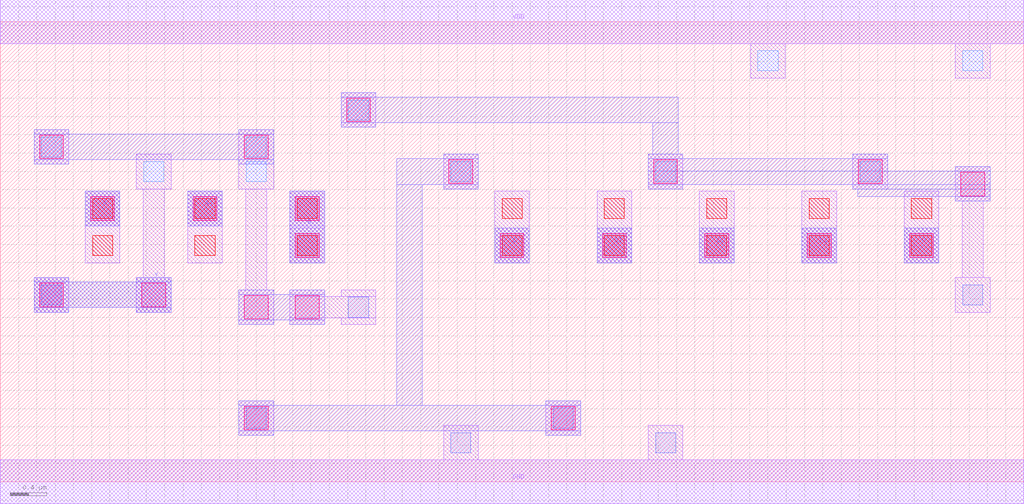
<source format=lef>
MACRO AOOAAOI2123
 CLASS CORE ;
 FOREIGN AOOAAOI2123 0 0 ;
 SIZE 11.200000000000001 BY 5.04 ;
 ORIGIN 0 0 ;
 SYMMETRY X Y R90 ;
 SITE unit ;
  PIN VDD
   DIRECTION INOUT ;
   USE POWER ;
   SHAPE ABUTMENT ;
    PORT
     CLASS CORE ;
       LAYER met1 ;
        RECT 0.00000000 4.80000000 11.20000000 5.28000000 ;
    END
  END VDD

  PIN GND
   DIRECTION INOUT ;
   USE POWER ;
   SHAPE ABUTMENT ;
    PORT
     CLASS CORE ;
       LAYER met1 ;
        RECT 0.00000000 -0.24000000 11.20000000 0.24000000 ;
    END
  END GND

  PIN Y
   DIRECTION INOUT ;
   USE SIGNAL ;
   SHAPE ABUTMENT ;
    PORT
     CLASS CORE ;
       LAYER met2 ;
        RECT 0.37000000 1.85700000 0.75000000 1.90700000 ;
        RECT 1.49000000 1.85700000 1.87000000 1.90700000 ;
        RECT 0.37000000 1.90700000 1.87000000 2.18700000 ;
        RECT 0.37000000 2.18700000 0.75000000 2.23700000 ;
        RECT 1.49000000 2.18700000 1.87000000 2.23700000 ;
    END
  END Y

  PIN A
   DIRECTION INOUT ;
   USE SIGNAL ;
   SHAPE ABUTMENT ;
    PORT
     CLASS CORE ;
       LAYER met2 ;
        RECT 0.93000000 2.80200000 1.31000000 3.18200000 ;
    END
  END A

  PIN C
   DIRECTION INOUT ;
   USE SIGNAL ;
   SHAPE ABUTMENT ;
    PORT
     CLASS CORE ;
       LAYER met2 ;
        RECT 5.41000000 2.39700000 5.79000000 2.77700000 ;
    END
  END C

  PIN C1
   DIRECTION INOUT ;
   USE SIGNAL ;
   SHAPE ABUTMENT ;
    PORT
     CLASS CORE ;
       LAYER met2 ;
        RECT 6.53000000 2.39700000 6.91000000 2.77700000 ;
    END
  END C1

  PIN A1
   DIRECTION INOUT ;
   USE SIGNAL ;
   SHAPE ABUTMENT ;
    PORT
     CLASS CORE ;
       LAYER met2 ;
        RECT 2.05000000 2.80200000 2.43000000 3.18200000 ;
    END
  END A1

  PIN D2
   DIRECTION INOUT ;
   USE SIGNAL ;
   SHAPE ABUTMENT ;
    PORT
     CLASS CORE ;
       LAYER met2 ;
        RECT 7.65000000 2.39700000 8.03000000 2.77700000 ;
    END
  END D2

  PIN D
   DIRECTION INOUT ;
   USE SIGNAL ;
   SHAPE ABUTMENT ;
    PORT
     CLASS CORE ;
       LAYER met2 ;
        RECT 9.89000000 2.39700000 10.27000000 2.77700000 ;
    END
  END D

  PIN B
   DIRECTION INOUT ;
   USE SIGNAL ;
   SHAPE ABUTMENT ;
    PORT
     CLASS CORE ;
       LAYER met2 ;
        RECT 3.17000000 2.39700000 3.55000000 3.18200000 ;
    END
  END B

  PIN D1
   DIRECTION INOUT ;
   USE SIGNAL ;
   SHAPE ABUTMENT ;
    PORT
     CLASS CORE ;
       LAYER met2 ;
        RECT 8.77000000 2.39700000 9.15000000 2.77700000 ;
    END
  END D1

 OBS
    LAYER polycont ;
     RECT 1.01000000 2.47700000 1.23000000 2.69700000 ;
     RECT 2.13000000 2.47700000 2.35000000 2.69700000 ;
     RECT 3.25000000 2.47700000 3.47000000 2.69700000 ;
     RECT 5.49000000 2.47700000 5.71000000 2.69700000 ;
     RECT 6.61000000 2.47700000 6.83000000 2.69700000 ;
     RECT 7.73000000 2.47700000 7.95000000 2.69700000 ;
     RECT 8.85000000 2.47700000 9.07000000 2.69700000 ;
     RECT 9.97000000 2.47700000 10.19000000 2.69700000 ;
     RECT 1.01000000 2.88200000 1.23000000 3.10200000 ;
     RECT 2.13000000 2.88200000 2.35000000 3.10200000 ;
     RECT 3.25000000 2.88200000 3.47000000 3.10200000 ;
     RECT 5.49000000 2.88200000 5.71000000 3.10200000 ;
     RECT 6.61000000 2.88200000 6.83000000 3.10200000 ;
     RECT 7.73000000 2.88200000 7.95000000 3.10200000 ;
     RECT 8.85000000 2.88200000 9.07000000 3.10200000 ;
     RECT 9.97000000 2.88200000 10.19000000 3.10200000 ;

    LAYER pdiffc ;
     RECT 1.57000000 3.28700000 1.79000000 3.50700000 ;
     RECT 2.69000000 3.28700000 2.91000000 3.50700000 ;
     RECT 4.93000000 3.28700000 5.15000000 3.50700000 ;
     RECT 7.17000000 3.28700000 7.39000000 3.50700000 ;
     RECT 9.41000000 3.28700000 9.63000000 3.50700000 ;
     RECT 0.45000000 3.55700000 0.67000000 3.77700000 ;
     RECT 2.69000000 3.55700000 2.91000000 3.77700000 ;
     RECT 3.81000000 3.96200000 4.03000000 4.18200000 ;
     RECT 8.29000000 4.50200000 8.51000000 4.72200000 ;
     RECT 10.53000000 4.50200000 10.75000000 4.72200000 ;

    LAYER ndiffc ;
     RECT 4.93000000 0.31700000 5.15000000 0.53700000 ;
     RECT 7.17000000 0.31700000 7.39000000 0.53700000 ;
     RECT 2.69000000 0.58700000 2.91000000 0.80700000 ;
     RECT 6.05000000 0.58700000 6.27000000 0.80700000 ;
     RECT 3.81000000 1.80200000 4.03000000 2.02200000 ;
     RECT 0.45000000 1.93700000 0.67000000 2.15700000 ;
     RECT 10.53000000 1.93700000 10.75000000 2.15700000 ;

    LAYER met1 ;
     RECT 0.00000000 -0.24000000 11.20000000 0.24000000 ;
     RECT 4.85000000 0.24000000 5.23000000 0.61700000 ;
     RECT 7.09000000 0.24000000 7.47000000 0.61700000 ;
     RECT 2.61000000 0.50700000 2.99000000 0.88700000 ;
     RECT 5.97000000 0.50700000 6.35000000 0.88700000 ;
     RECT 3.17000000 1.72200000 3.55000000 1.79700000 ;
     RECT 3.73000000 1.72200000 4.11000000 1.79700000 ;
     RECT 3.17000000 1.79700000 4.11000000 2.02700000 ;
     RECT 3.17000000 2.02700000 3.55000000 2.10200000 ;
     RECT 3.73000000 2.02700000 4.11000000 2.10200000 ;
     RECT 0.37000000 1.85700000 0.75000000 2.23700000 ;
     RECT 3.17000000 2.39700000 3.55000000 2.77700000 ;
     RECT 0.93000000 2.39700000 1.31000000 3.18200000 ;
     RECT 2.05000000 2.39700000 2.43000000 3.18200000 ;
     RECT 3.17000000 2.80200000 3.55000000 3.18200000 ;
     RECT 5.41000000 2.39700000 5.79000000 3.18200000 ;
     RECT 6.53000000 2.39700000 6.91000000 3.18200000 ;
     RECT 7.65000000 2.39700000 8.03000000 3.18200000 ;
     RECT 8.77000000 2.39700000 9.15000000 3.18200000 ;
     RECT 9.89000000 2.39700000 10.27000000 3.18200000 ;
     RECT 10.45000000 1.85700000 10.83000000 2.23700000 ;
     RECT 10.52500000 2.23700000 10.75500000 3.07200000 ;
     RECT 10.45000000 3.07200000 10.83000000 3.45200000 ;
     RECT 1.49000000 1.85700000 1.87000000 2.23700000 ;
     RECT 1.56500000 2.23700000 1.79500000 3.20700000 ;
     RECT 1.49000000 3.20700000 1.87000000 3.58700000 ;
     RECT 4.85000000 3.20700000 5.23000000 3.58700000 ;
     RECT 7.09000000 3.20700000 7.47000000 3.58700000 ;
     RECT 9.33000000 3.20700000 9.71000000 3.58700000 ;
     RECT 0.37000000 3.47700000 0.75000000 3.85700000 ;
     RECT 2.61000000 1.72200000 2.99000000 2.10200000 ;
     RECT 2.68500000 2.10200000 2.91500000 3.20700000 ;
     RECT 2.61000000 3.20700000 2.99000000 3.85700000 ;
     RECT 3.73000000 3.88200000 4.11000000 4.26200000 ;
     RECT 8.21000000 4.42200000 8.59000000 4.80000000 ;
     RECT 10.45000000 4.42200000 10.83000000 4.80000000 ;
     RECT 0.00000000 4.80000000 11.20000000 5.28000000 ;

    LAYER via1 ;
     RECT 2.67000000 0.56700000 2.93000000 0.82700000 ;
     RECT 6.03000000 0.56700000 6.29000000 0.82700000 ;
     RECT 2.67000000 1.78200000 2.93000000 2.04200000 ;
     RECT 3.23000000 1.78200000 3.49000000 2.04200000 ;
     RECT 0.43000000 1.91700000 0.69000000 2.17700000 ;
     RECT 1.55000000 1.91700000 1.81000000 2.17700000 ;
     RECT 3.23000000 2.45700000 3.49000000 2.71700000 ;
     RECT 5.47000000 2.45700000 5.73000000 2.71700000 ;
     RECT 6.59000000 2.45700000 6.85000000 2.71700000 ;
     RECT 7.71000000 2.45700000 7.97000000 2.71700000 ;
     RECT 8.83000000 2.45700000 9.09000000 2.71700000 ;
     RECT 9.95000000 2.45700000 10.21000000 2.71700000 ;
     RECT 0.99000000 2.86200000 1.25000000 3.12200000 ;
     RECT 2.11000000 2.86200000 2.37000000 3.12200000 ;
     RECT 3.23000000 2.86200000 3.49000000 3.12200000 ;
     RECT 10.51000000 3.13200000 10.77000000 3.39200000 ;
     RECT 4.91000000 3.26700000 5.17000000 3.52700000 ;
     RECT 7.15000000 3.26700000 7.41000000 3.52700000 ;
     RECT 9.39000000 3.26700000 9.65000000 3.52700000 ;
     RECT 0.43000000 3.53700000 0.69000000 3.79700000 ;
     RECT 2.67000000 3.53700000 2.93000000 3.79700000 ;
     RECT 3.79000000 3.94200000 4.05000000 4.20200000 ;

    LAYER met2 ;
     RECT 2.61000000 1.72200000 2.99000000 1.77200000 ;
     RECT 3.17000000 1.72200000 3.55000000 1.77200000 ;
     RECT 2.61000000 1.77200000 3.55000000 2.05200000 ;
     RECT 2.61000000 2.05200000 2.99000000 2.10200000 ;
     RECT 3.17000000 2.05200000 3.55000000 2.10200000 ;
     RECT 0.37000000 1.85700000 0.75000000 1.90700000 ;
     RECT 1.49000000 1.85700000 1.87000000 1.90700000 ;
     RECT 0.37000000 1.90700000 1.87000000 2.18700000 ;
     RECT 0.37000000 2.18700000 0.75000000 2.23700000 ;
     RECT 1.49000000 2.18700000 1.87000000 2.23700000 ;
     RECT 5.41000000 2.39700000 5.79000000 2.77700000 ;
     RECT 6.53000000 2.39700000 6.91000000 2.77700000 ;
     RECT 7.65000000 2.39700000 8.03000000 2.77700000 ;
     RECT 8.77000000 2.39700000 9.15000000 2.77700000 ;
     RECT 9.89000000 2.39700000 10.27000000 2.77700000 ;
     RECT 0.93000000 2.80200000 1.31000000 3.18200000 ;
     RECT 2.05000000 2.80200000 2.43000000 3.18200000 ;
     RECT 3.17000000 2.39700000 3.55000000 3.18200000 ;
     RECT 2.61000000 0.50700000 2.99000000 0.55700000 ;
     RECT 5.97000000 0.50700000 6.35000000 0.55700000 ;
     RECT 2.61000000 0.55700000 6.35000000 0.83700000 ;
     RECT 2.61000000 0.83700000 2.99000000 0.88700000 ;
     RECT 5.97000000 0.83700000 6.35000000 0.88700000 ;
     RECT 4.34000000 0.83700000 4.62000000 3.25700000 ;
     RECT 4.85000000 3.20700000 5.23000000 3.25700000 ;
     RECT 4.34000000 3.25700000 5.23000000 3.53700000 ;
     RECT 4.85000000 3.53700000 5.23000000 3.58700000 ;
     RECT 0.37000000 3.47700000 0.75000000 3.52700000 ;
     RECT 2.61000000 3.47700000 2.99000000 3.52700000 ;
     RECT 0.37000000 3.52700000 2.99000000 3.80700000 ;
     RECT 0.37000000 3.80700000 0.75000000 3.85700000 ;
     RECT 2.61000000 3.80700000 2.99000000 3.85700000 ;
     RECT 10.45000000 3.07200000 10.83000000 3.12200000 ;
     RECT 9.38000000 3.12200000 10.83000000 3.20700000 ;
     RECT 7.09000000 3.20700000 7.47000000 3.25700000 ;
     RECT 9.33000000 3.20700000 10.83000000 3.25700000 ;
     RECT 7.09000000 3.25700000 10.83000000 3.40200000 ;
     RECT 10.45000000 3.40200000 10.83000000 3.45200000 ;
     RECT 7.09000000 3.40200000 9.71000000 3.53700000 ;
     RECT 7.09000000 3.53700000 7.47000000 3.58700000 ;
     RECT 9.33000000 3.53700000 9.71000000 3.58700000 ;
     RECT 3.73000000 3.88200000 4.11000000 3.93200000 ;
     RECT 7.14000000 3.58700000 7.42000000 3.93200000 ;
     RECT 3.73000000 3.93200000 7.42000000 4.21200000 ;
     RECT 3.73000000 4.21200000 4.11000000 4.26200000 ;

 END
END AOOAAOI2123

</source>
